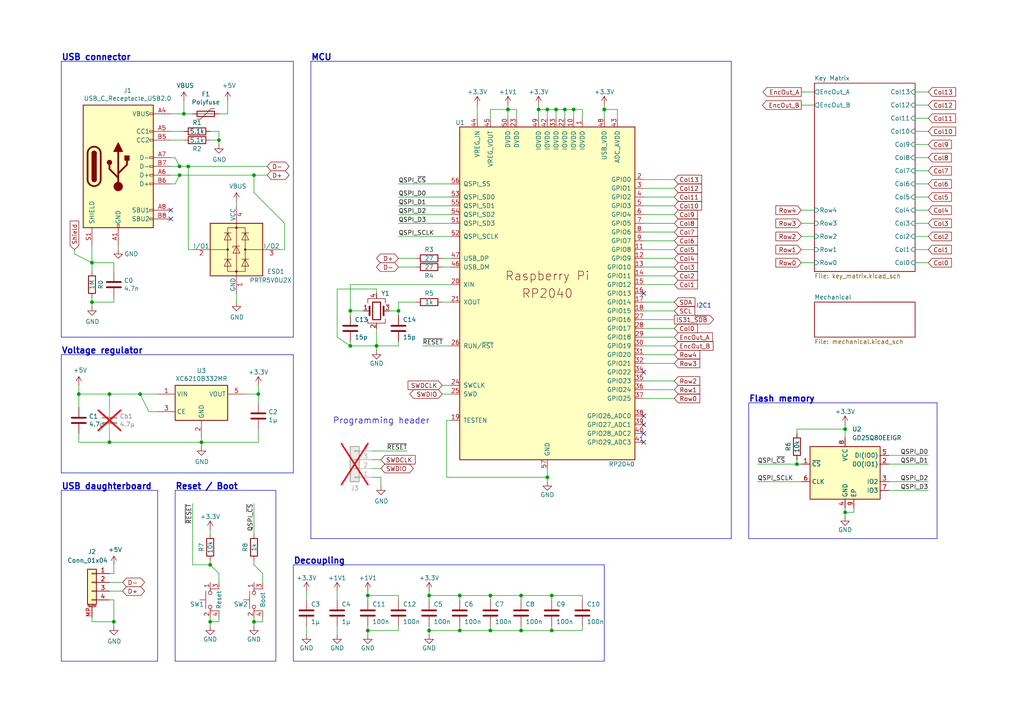
<source format=kicad_sch>
(kicad_sch (version 20231120) (generator "eeschema") (generator_version "8.0")
  (paper "A4")
  (title_block (title "0x42") (date "2024-03-05") (rev "2.1") (company "plut0nium") (comment 2 "- USB-C, per-key LED backlight, encoder") (comment 3 "- For MX-style switches") (comment 4 "60% Ortholinear Mechanical Keyboard"))
  (junction (at 106.68 182.88))
  (junction (at 245.11 148.59))
  (junction (at 245.11 124.46))
  (junction (at 231.14 134.62))
  (junction (at 31.75 128.27))
  (junction (at 74.93 114.3))
  (junction (at 60.96 163.83))
  (junction (at 109.22 100.33))
  (junction (at 106.68 172.72))
  (junction (at 160.02 172.72))
  (junction (at 124.46 182.88))
  (junction (at 101.6 90.17))
  (junction (at 22.86 114.3))
  (junction (at 142.24 172.72))
  (junction (at 40.64 114.3))
  (junction (at 133.35 182.88))
  (junction (at 60.96 180.34))
  (junction (at 142.24 182.88))
  (junction (at 158.75 31.75))
  (junction (at 73.66 50.8))
  (junction (at 26.67 87.63))
  (junction (at 63.5 40.64))
  (junction (at 58.42 128.27))
  (junction (at 54.61 48.26))
  (junction (at 166.37 31.75))
  (junction (at 163.83 31.75))
  (junction (at 133.35 172.72))
  (junction (at 151.13 172.72))
  (junction (at 26.67 76.2))
  (junction (at 161.29 31.75))
  (junction (at 151.13 182.88))
  (junction (at 115.57 90.17))
  (junction (at 73.66 180.34))
  (junction (at 52.07 50.8))
  (junction (at 53.34 33.02))
  (junction (at 175.26 31.75))
  (junction (at 101.6 100.33))
  (junction (at 124.46 172.72))
  (junction (at 31.75 114.3))
  (junction (at 160.02 182.88))
  (junction (at 52.07 48.26))
  (junction (at 147.32 31.75))
  (junction (at 158.75 138.43))
  (junction (at 33.02 180.34))
  (junction (at 156.21 31.75))
  (no_connect (at 186.69 85.09))
  (no_connect (at 49.53 60.96))
  (no_connect (at 186.69 125.73))
  (no_connect (at 186.69 123.19))
  (no_connect (at 186.69 128.27))
  (no_connect (at 186.69 107.95))
  (no_connect (at 49.53 63.5))
  (no_connect (at 186.69 120.65))
  (wire (pts (xy 175.26 31.75) (xy 179.07 31.75)))
  (wire (pts (xy 31.75 166.37) (xy 33.02 166.37)))
  (wire (pts (xy 186.69 90.17) (xy 195.58 90.17)))
  (wire (pts (xy 124.46 172.72) (xy 124.46 173.99)))
  (wire (pts (xy 265.43 38.1) (xy 269.24 38.1)))
  (wire (pts (xy 186.69 69.85) (xy 195.58 69.85)))
  (wire (pts (xy 186.69 67.31) (xy 195.58 67.31)))
  (wire (pts (xy 186.69 113.03) (xy 195.58 113.03)))
  (polyline (pts (xy 175.26 191.77) (xy 175.26 163.83)))
  (wire (pts (xy 26.67 180.34) (xy 33.02 180.34)))
  (polyline (pts (xy 85.09 97.79) (xy 17.78 97.79)))
  (wire (pts (xy 68.58 58.42) (xy 68.58 59.69)))
  (wire (pts (xy 73.66 163.83) (xy 76.2 166.37)))
  (wire (pts (xy 124.46 182.88) (xy 133.35 182.88)))
  (wire (pts (xy 49.53 33.02) (xy 53.34 33.02)))
  (wire (pts (xy 168.91 173.99) (xy 168.91 172.72)))
  (wire (pts (xy 186.69 115.57) (xy 195.58 115.57)))
  (wire (pts (xy 124.46 181.61) (xy 124.46 182.88)))
  (wire (pts (xy 115.57 173.99) (xy 115.57 172.72)))
  (wire (pts (xy 115.57 64.77) (xy 130.81 64.77)))
  (wire (pts (xy 149.86 34.29) (xy 149.86 31.75)))
  (wire (pts (xy 110.49 138.43) (xy 110.49 140.97)))
  (wire (pts (xy 158.75 31.75) (xy 158.75 34.29)))
  (wire (pts (xy 74.93 114.3) (xy 74.93 111.76)))
  (wire (pts (xy 160.02 182.88) (xy 168.91 182.88)))
  (wire (pts (xy 101.6 90.17) (xy 101.6 82.55)))
  (wire (pts (xy 133.35 182.88) (xy 142.24 182.88)))
  (wire (pts (xy 186.69 102.87) (xy 195.58 102.87)))
  (polyline (pts (xy 212.09 156.21) (xy 212.09 17.78)))
  (wire (pts (xy 129.54 121.92) (xy 129.54 138.43)))
  (wire (pts (xy 186.69 100.33) (xy 195.58 100.33)))
  (wire (pts (xy 63.5 40.64) (xy 63.5 41.91)))
  (polyline (pts (xy 80.01 191.77) (xy 80.01 142.24)))
  (wire (pts (xy 49.53 48.26) (xy 52.07 48.26)))
  (wire (pts (xy 115.57 87.63) (xy 115.57 90.17)))
  (wire (pts (xy 40.64 114.3) (xy 45.72 114.3)))
  (wire (pts (xy 156.21 31.75) (xy 156.21 34.29)))
  (wire (pts (xy 236.22 76.2) (xy 232.41 76.2)))
  (wire (pts (xy 186.69 52.07) (xy 195.58 52.07)))
  (wire (pts (xy 128.27 77.47) (xy 130.81 77.47)))
  (wire (pts (xy 129.54 121.92) (xy 130.81 121.92)))
  (wire (pts (xy 31.75 118.11) (xy 31.75 114.3)))
  (wire (pts (xy 26.67 179.07) (xy 26.67 180.34)))
  (polyline (pts (xy 90.17 17.78) (xy 90.17 156.21)))
  (wire (pts (xy 156.21 31.75) (xy 158.75 31.75)))
  (wire (pts (xy 33.02 166.37) (xy 33.02 163.83)))
  (wire (pts (xy 101.6 100.33) (xy 109.22 100.33)))
  (wire (pts (xy 142.24 31.75) (xy 147.32 31.75)))
  (wire (pts (xy 31.75 125.73) (xy 31.75 128.27)))
  (wire (pts (xy 53.34 33.02) (xy 55.88 33.02)))
  (wire (pts (xy 107.95 133.35) (xy 110.49 133.35)))
  (wire (pts (xy 45.72 119.38) (xy 43.18 119.38)))
  (wire (pts (xy 124.46 171.45) (xy 124.46 172.72)))
  (wire (pts (xy 109.22 100.33) (xy 115.57 100.33)))
  (wire (pts (xy 106.68 172.72) (xy 106.68 173.99)))
  (wire (pts (xy 231.14 125.73) (xy 231.14 124.46)))
  (wire (pts (xy 133.35 181.61) (xy 133.35 182.88)))
  (wire (pts (xy 107.95 135.89) (xy 110.49 135.89)))
  (wire (pts (xy 55.88 163.83) (xy 60.96 163.83)))
  (wire (pts (xy 269.24 26.67) (xy 265.43 26.67)))
  (wire (pts (xy 73.66 180.34) (xy 73.66 181.61)))
  (wire (pts (xy 163.83 31.75) (xy 166.37 31.75)))
  (polyline (pts (xy 17.78 191.77) (xy 17.78 142.24)))
  (wire (pts (xy 82.55 64.77) (xy 82.55 72.39)))
  (wire (pts (xy 109.22 83.82) (xy 97.79 83.82)))
  (wire (pts (xy 142.24 182.88) (xy 151.13 182.88)))
  (wire (pts (xy 50.8 45.72) (xy 52.07 48.26)))
  (polyline (pts (xy 17.78 137.16) (xy 85.09 137.16)))
  (wire (pts (xy 186.69 92.71) (xy 195.58 92.71)))
  (wire (pts (xy 88.9 181.61) (xy 88.9 184.15)))
  (wire (pts (xy 22.86 125.73) (xy 22.86 128.27)))
  (wire (pts (xy 128.27 87.63) (xy 130.81 87.63)))
  (wire (pts (xy 269.24 142.24) (xy 257.81 142.24)))
  (wire (pts (xy 26.67 71.12) (xy 26.67 76.2)))
  (polyline (pts (xy 85.09 102.87) (xy 17.78 102.87)))
  (wire (pts (xy 50.8 53.34) (xy 52.07 50.8)))
  (wire (pts (xy 73.66 162.56) (xy 73.66 163.83)))
  (polyline (pts (xy 212.09 17.78) (xy 90.17 17.78)))
  (wire (pts (xy 74.93 114.3) (xy 74.93 116.84)))
  (wire (pts (xy 122.555 100.33) (xy 130.81 100.33)))
  (wire (pts (xy 73.66 180.34) (xy 76.2 180.34)))
  (wire (pts (xy 22.86 114.3) (xy 22.86 111.76)))
  (wire (pts (xy 236.22 64.77) (xy 232.41 64.77)))
  (wire (pts (xy 142.24 172.72) (xy 142.24 173.99)))
  (wire (pts (xy 115.57 100.33) (xy 115.57 99.06)))
  (polyline (pts (xy 17.78 142.24) (xy 45.72 142.24)))
  (wire (pts (xy 124.46 172.72) (xy 133.35 172.72)))
  (wire (pts (xy 101.6 82.55) (xy 130.81 82.55)))
  (wire (pts (xy 265.43 30.48) (xy 269.24 30.48)))
  (wire (pts (xy 231.14 124.46) (xy 245.11 124.46)))
  (wire (pts (xy 236.22 26.67) (xy 232.41 26.67)))
  (wire (pts (xy 236.22 30.48) (xy 232.41 30.48)))
  (polyline (pts (xy 90.17 156.21) (xy 212.09 156.21)))
  (polyline (pts (xy 217.17 156.21) (xy 271.78 156.21)))
  (wire (pts (xy 186.69 87.63) (xy 195.58 87.63)))
  (wire (pts (xy 109.22 95.25) (xy 109.22 100.33)))
  (wire (pts (xy 71.12 114.3) (xy 74.93 114.3)))
  (wire (pts (xy 115.57 68.58) (xy 130.81 68.58)))
  (wire (pts (xy 97.79 97.79) (xy 101.6 100.33)))
  (wire (pts (xy 60.96 162.56) (xy 60.96 163.83)))
  (wire (pts (xy 63.5 180.34) (xy 60.96 180.34)))
  (wire (pts (xy 31.75 114.3) (xy 22.86 114.3)))
  (wire (pts (xy 106.68 172.72) (xy 115.57 172.72)))
  (wire (pts (xy 161.29 31.75) (xy 161.29 34.29)))
  (wire (pts (xy 107.95 138.43) (xy 110.49 138.43)))
  (wire (pts (xy 73.66 50.8) (xy 73.66 55.88)))
  (wire (pts (xy 130.81 114.3) (xy 128.27 114.3)))
  (wire (pts (xy 63.5 33.02) (xy 66.04 33.02)))
  (polyline (pts (xy 85.09 191.77) (xy 175.26 191.77)))
  (wire (pts (xy 269.24 139.7) (xy 257.81 139.7)))
  (wire (pts (xy 88.9 171.45) (xy 88.9 173.99)))
  (wire (pts (xy 115.57 62.23) (xy 130.81 62.23)))
  (wire (pts (xy 31.75 173.99) (xy 33.02 173.99)))
  (wire (pts (xy 265.43 60.96) (xy 269.24 60.96)))
  (wire (pts (xy 142.24 172.72) (xy 151.13 172.72)))
  (polyline (pts (xy 45.72 142.24) (xy 45.72 191.77)))
  (wire (pts (xy 265.43 57.15) (xy 269.24 57.15)))
  (wire (pts (xy 168.91 34.29) (xy 168.91 31.75)))
  (wire (pts (xy 151.13 181.61) (xy 151.13 182.88)))
  (wire (pts (xy 97.79 83.82) (xy 97.79 97.79)))
  (wire (pts (xy 133.35 172.72) (xy 133.35 173.99)))
  (wire (pts (xy 186.69 97.79) (xy 195.58 97.79)))
  (wire (pts (xy 219.71 134.62) (xy 231.14 134.62)))
  (wire (pts (xy 54.61 72.39) (xy 55.88 72.39)))
  (wire (pts (xy 106.68 171.45) (xy 106.68 172.72)))
  (wire (pts (xy 175.26 31.75) (xy 175.26 34.29)))
  (wire (pts (xy 63.5 179.07) (xy 63.5 180.34)))
  (wire (pts (xy 245.11 123.19) (xy 245.11 124.46)))
  (wire (pts (xy 52.07 50.8) (xy 49.53 50.8)))
  (wire (pts (xy 73.66 146.05) (xy 73.66 154.94)))
  (wire (pts (xy 33.02 76.2) (xy 33.02 78.74)))
  (polyline (pts (xy 17.78 102.87) (xy 17.78 137.16)))
  (wire (pts (xy 26.67 86.36) (xy 26.67 87.63)))
  (wire (pts (xy 68.58 87.63) (xy 68.58 85.09)))
  (polyline (pts (xy 271.78 156.21) (xy 271.78 116.84)))
  (wire (pts (xy 101.6 90.17) (xy 105.41 90.17)))
  (wire (pts (xy 22.86 114.3) (xy 22.86 118.11)))
  (wire (pts (xy 158.75 31.75) (xy 161.29 31.75)))
  (polyline (pts (xy 17.78 17.78) (xy 85.09 17.78)))
  (wire (pts (xy 115.57 77.47) (xy 120.65 77.47)))
  (wire (pts (xy 55.88 146.05) (xy 55.88 163.83)))
  (wire (pts (xy 163.83 31.75) (xy 163.83 34.29)))
  (wire (pts (xy 265.43 41.91) (xy 269.24 41.91)))
  (wire (pts (xy 101.6 91.44) (xy 101.6 90.17)))
  (wire (pts (xy 186.69 105.41) (xy 195.58 105.41)))
  (wire (pts (xy 133.35 172.72) (xy 142.24 172.72)))
  (wire (pts (xy 31.75 128.27) (xy 58.42 128.27)))
  (wire (pts (xy 265.43 45.72) (xy 269.24 45.72)))
  (wire (pts (xy 60.96 163.83) (xy 63.5 166.37)))
  (wire (pts (xy 130.81 111.76) (xy 128.27 111.76)))
  (wire (pts (xy 76.2 179.07) (xy 76.2 180.34)))
  (wire (pts (xy 129.54 138.43) (xy 158.75 138.43)))
  (wire (pts (xy 269.24 132.08) (xy 257.81 132.08)))
  (wire (pts (xy 54.61 72.39) (xy 54.61 48.26)))
  (wire (pts (xy 247.65 147.32) (xy 247.65 148.59)))
  (wire (pts (xy 115.57 59.69) (xy 130.81 59.69)))
  (wire (pts (xy 60.96 179.07) (xy 60.96 180.34)))
  (wire (pts (xy 97.79 181.61) (xy 97.79 184.15)))
  (wire (pts (xy 33.02 173.99) (xy 33.02 180.34)))
  (wire (pts (xy 66.04 33.02) (xy 66.04 29.21)))
  (wire (pts (xy 186.69 54.61) (xy 195.58 54.61)))
  (wire (pts (xy 186.69 110.49) (xy 195.58 110.49)))
  (wire (pts (xy 186.69 95.25) (xy 195.58 95.25)))
  (wire (pts (xy 31.75 168.91) (xy 35.56 168.91)))
  (wire (pts (xy 101.6 99.06) (xy 101.6 100.33)))
  (wire (pts (xy 31.75 171.45) (xy 35.56 171.45)))
  (wire (pts (xy 40.64 114.3) (xy 43.18 119.38)))
  (wire (pts (xy 52.07 48.26) (xy 54.61 48.26)))
  (wire (pts (xy 231.14 133.35) (xy 231.14 134.62)))
  (wire (pts (xy 73.66 179.07) (xy 73.66 180.34)))
  (wire (pts (xy 236.22 60.96) (xy 232.41 60.96)))
  (wire (pts (xy 26.67 87.63) (xy 33.02 87.63)))
  (wire (pts (xy 236.22 68.58) (xy 232.41 68.58)))
  (wire (pts (xy 186.69 64.77) (xy 195.58 64.77)))
  (wire (pts (xy 97.79 171.45) (xy 97.79 173.99)))
  (wire (pts (xy 186.69 72.39) (xy 195.58 72.39)))
  (wire (pts (xy 142.24 34.29) (xy 142.24 31.75)))
  (wire (pts (xy 179.07 34.29) (xy 179.07 31.75)))
  (wire (pts (xy 151.13 182.88) (xy 160.02 182.88)))
  (polyline (pts (xy 85.09 17.78) (xy 85.09 97.79)))
  (wire (pts (xy 160.02 172.72) (xy 168.91 172.72)))
  (wire (pts (xy 138.43 30.48) (xy 138.43 34.29)))
  (wire (pts (xy 63.5 40.64) (xy 63.5 38.1)))
  (wire (pts (xy 265.43 72.39) (xy 269.24 72.39)))
  (wire (pts (xy 49.53 45.72) (xy 50.8 45.72)))
  (wire (pts (xy 186.69 62.23) (xy 195.58 62.23)))
  (wire (pts (xy 22.86 128.27) (xy 31.75 128.27)))
  (wire (pts (xy 236.22 72.39) (xy 232.41 72.39)))
  (wire (pts (xy 265.43 68.58) (xy 269.24 68.58)))
  (wire (pts (xy 265.43 53.34) (xy 269.24 53.34)))
  (wire (pts (xy 33.02 180.34) (xy 33.02 181.61)))
  (wire (pts (xy 49.53 38.1) (xy 53.34 38.1)))
  (wire (pts (xy 160.02 181.61) (xy 160.02 182.88)))
  (polyline (pts (xy 50.8 142.24) (xy 80.01 142.24)))
  (wire (pts (xy 76.2 166.37) (xy 76.2 168.91)))
  (wire (pts (xy 186.69 59.69) (xy 195.58 59.69)))
  (wire (pts (xy 128.27 74.93) (xy 130.81 74.93)))
  (wire (pts (xy 109.22 100.33) (xy 109.22 101.6)))
  (wire (pts (xy 166.37 31.75) (xy 168.91 31.75)))
  (wire (pts (xy 106.68 182.88) (xy 115.57 182.88)))
  (wire (pts (xy 73.66 55.88) (xy 82.55 64.77)))
  (polyline (pts (xy 50.8 191.77) (xy 80.01 191.77)))
  (wire (pts (xy 269.24 134.62) (xy 257.81 134.62)))
  (wire (pts (xy 160.02 172.72) (xy 160.02 173.99)))
  (wire (pts (xy 147.32 30.48) (xy 147.32 31.75)))
  (wire (pts (xy 151.13 172.72) (xy 151.13 173.99)))
  (wire (pts (xy 158.75 135.89) (xy 158.75 138.43)))
  (wire (pts (xy 63.5 168.91) (xy 63.5 166.37)))
  (wire (pts (xy 115.57 181.61) (xy 115.57 182.88)))
  (polyline (pts (xy 45.72 191.77) (xy 17.78 191.77)))
  (wire (pts (xy 265.43 76.2) (xy 269.24 76.2)))
  (wire (pts (xy 82.55 72.39) (xy 81.28 72.39)))
  (wire (pts (xy 147.32 31.75) (xy 147.32 34.29)))
  (wire (pts (xy 124.46 182.88) (xy 124.46 184.15)))
  (wire (pts (xy 168.91 181.61) (xy 168.91 182.88)))
  (wire (pts (xy 186.69 82.55) (xy 195.58 82.55)))
  (wire (pts (xy 186.69 57.15) (xy 195.58 57.15)))
  (wire (pts (xy 245.11 148.59) (xy 245.11 149.86)))
  (polyline (pts (xy 85.09 163.83) (xy 175.26 163.83)))
  (wire (pts (xy 186.69 77.47) (xy 195.58 77.47)))
  (wire (pts (xy 60.96 38.1) (xy 63.5 38.1)))
  (polyline (pts (xy 85.09 137.16) (xy 85.09 102.87)))
  (wire (pts (xy 21.59 73.66) (xy 26.67 76.2)))
  (wire (pts (xy 156.21 30.48) (xy 156.21 31.75)))
  (wire (pts (xy 245.11 148.59) (xy 247.65 148.59)))
  (wire (pts (xy 53.34 33.02) (xy 53.34 29.21)))
  (wire (pts (xy 53.34 40.64) (xy 49.53 40.64)))
  (wire (pts (xy 186.69 80.01) (xy 195.58 80.01)))
  (wire (pts (xy 186.69 74.93) (xy 195.58 74.93)))
  (wire (pts (xy 113.03 90.17) (xy 115.57 90.17)))
  (wire (pts (xy 161.29 31.75) (xy 163.83 31.75)))
  (wire (pts (xy 142.24 181.61) (xy 142.24 182.88)))
  (wire (pts (xy 115.57 90.17) (xy 115.57 91.44)))
  (wire (pts (xy 115.57 74.93) (xy 120.65 74.93)))
  (wire (pts (xy 106.68 182.88) (xy 106.68 184.15)))
  (wire (pts (xy 120.65 87.63) (xy 115.57 87.63)))
  (wire (pts (xy 245.11 147.32) (xy 245.11 148.59)))
  (wire (pts (xy 26.67 76.2) (xy 26.67 78.74)))
  (wire (pts (xy 265.43 34.29) (xy 269.24 34.29)))
  (polyline (pts (xy 17.78 97.79) (xy 17.78 17.78)))
  (wire (pts (xy 73.66 50.8) (xy 77.47 50.8)))
  (wire (pts (xy 26.67 87.63) (xy 26.67 88.9)))
  (wire (pts (xy 58.42 128.27) (xy 58.42 129.54)))
  (wire (pts (xy 166.37 31.75) (xy 166.37 34.29)))
  (wire (pts (xy 52.07 50.8) (xy 73.66 50.8)))
  (wire (pts (xy 158.75 138.43) (xy 158.75 139.7)))
  (polyline (pts (xy 50.8 142.24) (xy 50.8 191.77)))
  (wire (pts (xy 245.11 124.46) (xy 245.11 127)))
  (wire (pts (xy 231.14 134.62) (xy 232.41 134.62)))
  (polyline (pts (xy 85.09 163.83) (xy 85.09 191.77)))
  (wire (pts (xy 26.67 76.2) (xy 33.02 76.2)))
  (wire (pts (xy 109.22 85.09) (xy 109.22 83.82)))
  (wire (pts (xy 31.75 114.3) (xy 40.64 114.3)))
  (wire (pts (xy 49.53 53.34) (xy 50.8 53.34)))
  (wire (pts (xy 147.32 31.75) (xy 149.86 31.75)))
  (wire (pts (xy 115.57 53.34) (xy 130.81 53.34)))
  (wire (pts (xy 265.43 49.53) (xy 269.24 49.53)))
  (wire (pts (xy 151.13 172.72) (xy 160.02 172.72)))
  (wire (pts (xy 60.96 180.34) (xy 60.96 181.61)))
  (wire (pts (xy 219.71 139.7) (xy 232.41 139.7)))
  (wire (pts (xy 74.93 124.46) (xy 74.93 128.27)))
  (wire (pts (xy 115.57 57.15) (xy 130.81 57.15)))
  (wire (pts (xy 106.68 181.61) (xy 106.68 182.88)))
  (wire (pts (xy 60.96 153.67) (xy 60.96 154.94)))
  (wire (pts (xy 54.61 48.26) (xy 77.47 48.26)))
  (wire (pts (xy 60.96 40.64) (xy 63.5 40.64)))
  (wire (pts (xy 34.29 71.12) (xy 34.29 72.39)))
  (wire (pts (xy 175.26 30.48) (xy 175.26 31.75)))
  (wire (pts (xy 58.42 128.27) (xy 74.93 128.27)))
  (wire (pts (xy 107.95 130.81) (xy 118.11 130.81)))
  (wire (pts (xy 265.43 64.77) (xy 269.24 64.77)))
  (polyline (pts (xy 217.17 116.84) (xy 217.17 156.21)))
  (wire (pts (xy 33.02 87.63) (xy 33.02 86.36)))
  (polyline (pts (xy 271.78 116.84) (xy 217.17 116.84)))
  (wire (pts (xy 58.42 127) (xy 58.42 128.27)))
  (wire (pts (xy 21.59 72.39) (xy 21.59 73.66)))
  (text "Programming header" (at 96.52 123.19 0) (effects (font (size 1.778 1.778)) (justify left bottom)))
  (text "USB daughterboard" (at 17.78 142.24 0) (effects (font (size 1.778 1.778) (thickness 0.3556) (bold yes)) (justify left bottom)))
  (text "Flash memory" (at 217.17 116.84 0) (effects (font (size 1.778 1.778) (thickness 0.3556) (bold yes)) (justify left bottom)))
  (text "MCU" (at 90.17 17.78 0) (effects (font (size 1.778 1.778) (thickness 0.3556) (bold yes)) (justify left bottom)))
  (text "Reset / Boot" (at 50.8 142.24 0) (effects (font (size 1.778 1.778) (thickness 0.3556) (bold yes)) (justify left bottom)))
  (text "Voltage regulator" (at 17.78 102.87 0) (effects (font (size 1.778 1.778) (thickness 0.3556) (bold yes)) (justify left bottom)))
  (text "USB connector" (at 17.78 17.78 0) (effects (font (size 1.778 1.778) (thickness 0.3556) (bold yes)) (justify left bottom)))
  (text "Decoupling" (at 85.09 163.83 0) (effects (font (size 1.778 1.778) (thickness 0.3556) (bold yes)) (justify left bottom)))
  (text "I2C1" (at 201.93 89.535 0) (effects (font (size 1.27 1.27)) (justify left bottom)))
  (label "QSPI_D2" (at 115.57 62.23 0))
  (label "~{RESET}" (at 118.11 130.81 180))
  (label "~{RESET}" (at 122.555 100.33 0))
  (label "QSPI_SCLK" (at 115.57 68.58 0))
  (label "QSPI_SCLK" (at 219.71 139.7 0))
  (label "QSPI_~{CS}" (at 115.57 53.34 0))
  (label "QSPI_~{CS}" (at 73.66 146.05 270))
  (label "QSPI_D0" (at 269.24 132.08 180))
  (label "QSPI_D1" (at 115.57 59.69 0))
  (label "~{RESET}" (at 55.88 146.05 270))
  (label "QSPI_D0" (at 115.57 57.15 0))
  (label "QSPI_D1" (at 269.24 134.62 180))
  (label "QSPI_D3" (at 269.24 142.24 180))
  (label "QSPI_~{CS}" (at 219.71 134.62 0))
  (label "QSPI_D2" (at 269.24 139.7 180))
  (label "QSPI_D3" (at 115.57 64.77 0))
  (global_label "Col8" (shape input) (at 195.58 64.77 0) (property "Intersheetrefs" "${INTERSHEET_REFS}" (effects (hide yes))))
  (global_label "Row1" (shape input) (at 232.41 72.39 180) (property "Intersheetrefs" "${INTERSHEET_REFS}" (effects (hide yes))))
  (global_label "SWDIO" (shape bidirectional) (at 110.49 135.89 0) (property "Intersheetrefs" "${INTERSHEET_REFS}" (effects (hide yes))))
  (global_label "SWDCLK" (shape input) (at 110.49 133.35 0) (property "Intersheetrefs" "${INTERSHEET_REFS}" (effects (hide yes))))
  (global_label "Col6" (shape input) (at 269.24 53.34 0) (property "Intersheetrefs" "${INTERSHEET_REFS}" (effects (hide yes))))
  (global_label "Col8" (shape input) (at 269.24 45.72 0) (property "Intersheetrefs" "${INTERSHEET_REFS}" (effects (hide yes))))
  (global_label "Col6" (shape input) (at 195.58 69.85 0) (property "Intersheetrefs" "${INTERSHEET_REFS}" (effects (hide yes))))
  (global_label "Col1" (shape input) (at 195.58 82.55 0) (property "Intersheetrefs" "${INTERSHEET_REFS}" (effects (hide yes))))
  (global_label "Col2" (shape input) (at 195.58 80.01 0) (property "Intersheetrefs" "${INTERSHEET_REFS}" (effects (hide yes))))
  (global_label "Col5" (shape input) (at 195.58 72.39 0) (property "Intersheetrefs" "${INTERSHEET_REFS}" (effects (hide yes))))
  (global_label "D+" (shape bidirectional) (at 77.47 50.8 0) (property "Intersheetrefs" "${INTERSHEET_REFS}" (effects (hide yes))))
  (global_label "Col10" (shape input) (at 269.24 38.1 0) (property "Intersheetrefs" "${INTERSHEET_REFS}" (effects (hide yes))))
  (global_label "Col2" (shape input) (at 269.24 68.58 0) (property "Intersheetrefs" "${INTERSHEET_REFS}" (effects (hide yes))))
  (global_label "SWDCLK" (shape input) (at 128.27 111.76 180) (property "Intersheetrefs" "${INTERSHEET_REFS}" (effects (hide yes))))
  (global_label "D+" (shape bidirectional) (at 115.57 74.93 180) (property "Intersheetrefs" "${INTERSHEET_REFS}" (effects (hide yes))))
  (global_label "SCL" (shape input) (at 195.58 90.17 0) (property "Intersheetrefs" "${INTERSHEET_REFS}" (effects (hide yes))))
  (global_label "SWDIO" (shape bidirectional) (at 128.27 114.3 180) (property "Intersheetrefs" "${INTERSHEET_REFS}" (effects (hide yes))))
  (global_label "Row0" (shape input) (at 232.41 76.2 180) (property "Intersheetrefs" "${INTERSHEET_REFS}" (effects (hide yes))))
  (global_label "Col11" (shape input) (at 269.24 34.29 0) (property "Intersheetrefs" "${INTERSHEET_REFS}" (effects (hide yes))))
  (global_label "Col10" (shape input) (at 195.58 59.69 0) (property "Intersheetrefs" "${INTERSHEET_REFS}" (effects (hide yes))))
  (global_label "Col4" (shape input) (at 269.24 60.96 0) (property "Intersheetrefs" "${INTERSHEET_REFS}" (effects (hide yes))))
  (global_label "D-" (shape bidirectional) (at 77.47 48.26 0) (property "Intersheetrefs" "${INTERSHEET_REFS}" (effects (hide yes))))
  (global_label "Row2" (shape input) (at 195.58 110.49 0) (property "Intersheetrefs" "${INTERSHEET_REFS}" (effects (hide yes))))
  (global_label "EncOut_B" (shape input) (at 195.58 100.33 0) (property "Intersheetrefs" "${INTERSHEET_REFS}" (effects (hide yes))))
  (global_label "EncOut_B" (shape output) (at 232.41 30.48 180) (property "Intersheetrefs" "${INTERSHEET_REFS}" (effects (hide yes))))
  (global_label "Col13" (shape input) (at 269.24 26.67 0) (property "Intersheetrefs" "${INTERSHEET_REFS}" (effects (hide yes))))
  (global_label "Col0" (shape input) (at 269.24 76.2 0) (property "Intersheetrefs" "${INTERSHEET_REFS}" (effects (hide yes))))
  (global_label "SDA" (shape input) (at 195.58 87.63 0) (property "Intersheetrefs" "${INTERSHEET_REFS}" (effects (hide yes))))
  (global_label "Col12" (shape input) (at 269.24 30.48 0) (property "Intersheetrefs" "${INTERSHEET_REFS}" (effects (hide yes))))
  (global_label "Row0" (shape input) (at 195.58 115.57 0) (property "Intersheetrefs" "${INTERSHEET_REFS}" (effects (hide yes))))
  (global_label "D-" (shape bidirectional) (at 35.56 168.91 0) (property "Intersheetrefs" "${INTERSHEET_REFS}" (effects (hide yes))))
  (global_label "EncOut_A" (shape output) (at 232.41 26.67 180) (property "Intersheetrefs" "${INTERSHEET_REFS}" (effects (hide yes))))
  (global_label "Row3" (shape input) (at 232.41 64.77 180) (property "Intersheetrefs" "${INTERSHEET_REFS}" (effects (hide yes))))
  (global_label "Col9" (shape input) (at 269.24 41.91 0) (property "Intersheetrefs" "${INTERSHEET_REFS}" (effects (hide yes))))
  (global_label "Col7" (shape input) (at 195.58 67.31 0) (property "Intersheetrefs" "${INTERSHEET_REFS}" (effects (hide yes))))
  (global_label "EncOut_A" (shape input) (at 195.58 97.79 0) (property "Intersheetrefs" "${INTERSHEET_REFS}" (effects (hide yes))))
  (global_label "D-" (shape bidirectional) (at 115.57 77.47 180) (property "Intersheetrefs" "${INTERSHEET_REFS}" (effects (hide yes))))
  (global_label "Row4" (shape input) (at 195.58 102.87 0) (property "Intersheetrefs" "${INTERSHEET_REFS}" (effects (hide yes))))
  (global_label "Col0" (shape input) (at 195.58 95.25 0) (property "Intersheetrefs" "${INTERSHEET_REFS}" (effects (hide yes))))
  (global_label "Col9" (shape input) (at 195.58 62.23 0) (property "Intersheetrefs" "${INTERSHEET_REFS}" (effects (hide yes))))
  (global_label "Col3" (shape input) (at 269.24 64.77 0) (property "Intersheetrefs" "${INTERSHEET_REFS}" (effects (hide yes))))
  (global_label "Col13" (shape input) (at 195.58 52.07 0) (property "Intersheetrefs" "${INTERSHEET_REFS}" (effects (hide yes))))
  (global_label "Col3" (shape input) (at 195.58 77.47 0) (property "Intersheetrefs" "${INTERSHEET_REFS}" (effects (hide yes))))
  (global_label "Col12" (shape input) (at 195.58 54.61 0) (property "Intersheetrefs" "${INTERSHEET_REFS}" (effects (hide yes))))
  (global_label "Col1" (shape input) (at 269.24 72.39 0) (property "Intersheetrefs" "${INTERSHEET_REFS}" (effects (hide yes))))
  (global_label "Row3" (shape input) (at 195.58 105.41 0) (property "Intersheetrefs" "${INTERSHEET_REFS}" (effects (hide yes))))
  (global_label "Col4" (shape input) (at 195.58 74.93 0) (property "Intersheetrefs" "${INTERSHEET_REFS}" (effects (hide yes))))
  (global_label "Col11" (shape input) (at 195.58 57.15 0) (property "Intersheetrefs" "${INTERSHEET_REFS}" (effects (hide yes))))
  (global_label "Shield" (shape input) (at 21.59 72.39 90) (property "Intersheetrefs" "${INTERSHEET_REFS}" (effects (hide yes))))
  (global_label "Col5" (shape input) (at 269.24 57.15 0) (property "Intersheetrefs" "${INTERSHEET_REFS}" (effects (hide yes))))
  (global_label "Row1" (shape input) (at 195.58 113.03 0) (property "Intersheetrefs" "${INTERSHEET_REFS}" (effects (hide yes))))
  (global_label "IS31_~{SDB}" (shape output) (at 195.58 92.71 0) (property "Intersheetrefs" "${INTERSHEET_REFS}" (effects (hide yes))))
  (global_label "D+" (shape bidirectional) (at 35.56 171.45 0) (property "Intersheetrefs" "${INTERSHEET_REFS}" (effects (hide yes))))
  (global_label "Row4" (shape input) (at 232.41 60.96 180) (property "Intersheetrefs" "${INTERSHEET_REFS}" (effects (hide yes))))
  (global_label "Col7" (shape input) (at 269.24 49.53 0) (property "Intersheetrefs" "${INTERSHEET_REFS}" (effects (hide yes))))
  (global_label "Row2" (shape input) (at 232.41 68.58 180) (property "Intersheetrefs" "${INTERSHEET_REFS}" (effects (hide yes))))
  (symbol (lib_id "Power_Protection:PRTR5V0U2X") (at 68.58 72.39 0) (unit 1)
    (property "Reference" "ESD1" (at 77.47 78.74 0) (effects (justify left)))
    (property "Value" "PRTR5V0U2X" (at 72.39 81.28 0) (effects (justify left)))
    (property "Footprint" "0xLib_Diode_Transistor:SOT-143" (effects (hide yes)))
    (property "LCSC" "C2827688" (effects (hide yes)))
  )
  (symbol (lib_id "Device:Polyfuse") (at 59.69 33.02 270) (unit 1)
    (property "Reference" "F1" (at 59.69 27.305 90))
    (property "Value" "Polyfuse" (at 59.69 29.6164 90))
    (property "Footprint" "Fuse:Fuse_1206_3216Metric" (effects (hide yes)))
    (property "LCSC" "C315893" (effects (hide yes)))
  )
  (symbol (lib_id "power:+5V") (at 66.04 29.21 0) (unit 1)
    (property "Reference" "#PWR0101" (effects (hide yes)))
    (property "Value" "+5V" (at 66.421 24.8158 0))
  )
  (symbol (lib_id "power:VBUS") (at 53.34 29.21 0) (unit 1)
    (property "Reference" "#PWR0102" (effects (hide yes)))
    (property "Value" "VBUS" (at 53.721 24.8158 0))
  )
  (symbol (lib_id "power:VBUS") (at 68.58 58.42 0) (unit 1)
    (property "Reference" "#PWR0103" (effects (hide yes)))
    (property "Value" "VBUS" (at 68.961 54.0258 0))
  )
  (symbol (lib_id "Connector:USB_C_Receptacle_USB2.0") (at 34.29 48.26 0) (unit 1)
    (property "Reference" "J1" (at 37.0078 26.2382 0))
    (property "Value" "USB_C_Receptacle_USB2.0" (at 37.0078 28.5496 0))
    (property "Footprint" "0xLib_USB_Type-C:USB_C_Receptacle_HRO_TYPE-C-31-M-12" (effects (hide yes)))
    (property "LCSC" "C165948" (effects (hide yes)))
  )
  (symbol (lib_id "power:GND") (at 34.29 72.39 0) (unit 1)
    (property "Reference" "#PWR011" (effects (hide yes)))
    (property "Value" "GND" (at 38.1 73.66 0))
  )
  (symbol (lib_id "Device:R") (at 26.67 82.55 180) (unit 1)
    (property "Reference" "R0" (at 29.21 82.55 90))
    (property "Value" "1M" (at 26.67 82.55 90))
    (property "Footprint" "0xLib_Passive_SMD:R_0603_1608Metric" (effects (hide yes)))
    (property "LCSC" "C22935" (effects (hide yes)))
  )
  (symbol (lib_id "power:GND") (at 26.67 88.9 0) (unit 1)
    (property "Reference" "#PWR0106" (effects (hide yes)))
    (property "Value" "GND" (at 26.797 93.2942 0))
  )
  (symbol (lib_id "Device:C") (at 33.02 82.55 0) (unit 1)
    (property "Reference" "C0" (at 35.941 81.3816 0) (effects (justify left)))
    (property "Value" "4.7n" (at 35.941 83.693 0) (effects (justify left)))
    (property "Footprint" "0xLib_Passive_SMD:C_0805_2012Metric" (effects (hide yes)))
    (property "LCSC" "C1744" (effects (hide yes)))
  )
  (symbol (lib_id "Device:R") (at 57.15 38.1 270) (unit 1)
    (property "Reference" "R1" (at 57.15 35.56 90))
    (property "Value" "5.1k" (at 57.15 38.1 90))
    (property "Footprint" "0xLib_Passive_SMD:R_0603_1608Metric" (effects (hide yes)))
    (property "LCSC" "C23186" (effects (hide yes)))
  )
  (symbol (lib_id "Device:R") (at 57.15 40.64 270) (unit 1)
    (property "Reference" "R2" (at 57.15 43.18 90))
    (property "Value" "5.1k" (at 57.15 40.64 90))
    (property "Footprint" "0xLib_Passive_SMD:R_0603_1608Metric" (effects (hide yes)))
    (property "LCSC" "C23186" (effects (hide yes)))
  )
  (symbol (lib_id "power:GND") (at 63.5 41.91 0) (unit 1)
    (property "Reference" "#PWR016" (effects (hide yes)))
    (property "Value" "GND" (at 63.627 46.3042 0))
  )
  (symbol (lib_id "power:GND") (at 68.58 87.63 0) (unit 1)
    (property "Reference" "#PWR015" (effects (hide yes)))
    (property "Value" "GND" (at 68.707 92.0242 0))
  )
  (symbol (lib_id "Device:C") (at 31.75 121.92 0) (unit 1) (in_bom no) (dnp yes)
    (property "Reference" "Cb1" (at 34.671 120.7516 0) (effects (justify left)))
    (property "Value" "4.7µ" (at 34.671 123.063 0) (effects (justify left)))
    (property "Footprint" "0xLib_Passive_SMD:C_0805_2012Metric" (effects (hide yes)))
    (property "LCSC" "C1779" (effects (hide yes)))
  )
  (symbol (lib_id "0xLib_Switch_Button:SW_Push_4pin") (at 73.66 173.99 90) (mirror x) (unit 1)
    (property "Reference" "SW2" (at 69.85 175.26 90))
    (property "Value" "Boot" (at 76.2 173.99 0))
    (property "Footprint" "0xLib_Switch_Button:TACT_SWITCH_5.2x5.2_4Pin" (effects (hide yes)))
    (property "LCSC" "C318884" (effects (hide yes)))
  )
  (symbol (lib_id "0xLib_Switch_Button:SW_Push_4pin") (at 60.96 173.99 90) (mirror x) (unit 1)
    (property "Reference" "SW1" (at 57.15 175.26 90))
    (property "Value" "Reset" (at 63.5 173.99 0))
    (property "Footprint" "0xLib_Switch_Button:TACT_SWITCH_5.2x5.2_4Pin" (effects (hide yes)))
    (property "LCSC" "C318884" (effects (hide yes)))
  )
  (symbol (lib_id "Device:C") (at 22.86 121.92 0) (unit 1)
    (property "Reference" "C1" (at 25.781 120.7516 0) (effects (justify left)))
    (property "Value" "4.7µ" (at 25.781 123.063 0) (effects (justify left)))
    (property "Footprint" "0xLib_Passive_SMD:C_0805_2012Metric" (effects (hide yes)))
    (property "LCSC" "C1779" (effects (hide yes)))
  )
  (symbol (lib_id "Device:C") (at 74.93 120.65 0) (unit 1)
    (property "Reference" "C2" (at 77.851 119.4816 0) (effects (justify left)))
    (property "Value" "1µ" (at 77.851 121.793 0) (effects (justify left)))
    (property "Footprint" "0xLib_Passive_SMD:C_0603_1608Metric" (effects (hide yes)))
    (property "LCSC" "C15849" (effects (hide yes)))
  )
  (symbol (lib_id "power:GND") (at 58.42 129.54 0) (unit 1)
    (property "Reference" "#PWR02" (effects (hide yes)))
    (property "Value" "GND" (at 58.547 133.9342 0))
  )
  (symbol (lib_id "power:+5V") (at 22.86 111.76 0) (unit 1)
    (property "Reference" "#PWR01" (effects (hide yes)))
    (property "Value" "+5V" (at 23.241 107.3658 0))
  )
  (symbol (lib_id "Connector_Generic_MountingPin:Conn_01x04_MountingPin") (at 26.67 168.91 0) (mirror y) (unit 1)
    (property "Reference" "J2" (at 26.67 160.02 0))
    (property "Value" "Conn_01x04" (at 25.4 162.56 0))
    (property "Footprint" "Connector_JST:JST_SH_SM04B-SRSS-TB_1x04-1MP_P1.00mm_Horizontal" (effects (hide yes)))
    (property "LCSC" "C160404" (effects (hide yes)))
  )
  (symbol (lib_id "power:+5V") (at 33.02 163.83 0) (unit 1)
    (property "Reference" "#PWR08" (effects (hide yes)))
    (property "Value" "+5V" (at 33.401 159.4358 0))
  )
  (symbol (lib_id "power:GND") (at 33.02 181.61 0) (unit 1)
    (property "Reference" "#PWR09" (effects (hide yes)))
    (property "Value" "GND" (at 33.147 186.0042 0))
  )
  (symbol (lib_id "Device:C") (at 88.9 177.8 0) (unit 1)
    (property "Reference" "C3" (at 90.17 175.26 0) (effects (justify left)))
    (property "Value" "1µ" (at 90.17 180.34 0) (effects (justify left)))
    (property "Footprint" "0xLib_Passive_SMD:C_0603_1608Metric" (effects (hide yes)))
    (property "LCSC" "C15849" (effects (hide yes)))
  )
  (symbol (lib_id "power:GND") (at 110.49 140.97 0) (unit 1)
    (property "Reference" "#PWR0129" (effects (hide yes)))
    (property "Value" "GND" (at 110.617 145.3642 0))
  )
  (symbol (lib_id "power:GND") (at 109.22 101.6 0) (unit 1)
    (property "Reference" "#PWR0128" (effects (hide yes)))
    (property "Value" "GND" (at 109.22 105.41 0))
  )
  (symbol (lib_id "Device:R") (at 231.14 129.54 180) (unit 1)
    (property "Reference" "R6" (at 228.6 129.54 90))
    (property "Value" "10k" (at 231.14 129.54 90))
    (property "Footprint" "0xLib_Passive_SMD:R_0603_1608Metric" (effects (hide yes)))
    (property "LCSC" "C25804" (effects (hide yes)))
  )
  (symbol (lib_id "Connector_Generic:Conn_01x04") (at 102.87 135.89 180) (unit 1) (in_bom no) (dnp yes)
    (property "Reference" "J3" (at 102.87 141.605 0))
    (property "Value" "Conn_01x03" (effects (hide yes)))
    (property "Footprint" "Connector_PinHeader_2.54mm:PinHeader_1x04_P2.54mm_Vertical" (effects (hide yes)))
  )
  (symbol (lib_id "Device:R") (at 73.66 158.75 180) (unit 1)
    (property "Reference" "R8" (at 71.12 158.75 90))
    (property "Value" "1k" (at 73.66 158.75 90))
    (property "Footprint" "0xLib_Passive_SMD:R_0603_1608Metric" (effects (hide yes)))
    (property "LCSC" "C21190" (effects (hide yes)))
  )
  (symbol (lib_id "power:+3.3V") (at 60.96 153.67 0) (unit 1)
    (property "Reference" "#PWR0125" (effects (hide yes)))
    (property "Value" "+3.3V" (at 60.96 149.86 0))
  )
  (symbol (lib_id "Device:C") (at 133.35 177.8 0) (unit 1)
    (property "Reference" "C6" (at 134.62 175.26 0) (effects (justify left)))
    (property "Value" "100n" (at 134.62 180.34 0) (effects (justify left)))
    (property "Footprint" "0xLib_Passive_SMD:C_0603_1608Metric" (effects (hide yes)))
    (property "LCSC" "C14663" (effects (hide yes)))
  )
  (symbol (lib_id "power:+1V1") (at 147.32 30.48 0) (unit 1)
    (property "Reference" "#PWR0132" (effects (hide yes)))
    (property "Value" "+1V1" (at 147.32 26.67 0))
  )
  (symbol (lib_id "power:+3.3V") (at 245.11 123.19 0) (unit 1)
    (property "Reference" "#PWR0107" (effects (hide yes)))
    (property "Value" "+3.3V" (at 245.11 119.38 0))
  )
  (symbol (lib_id "power:+3.3V") (at 88.9 171.45 0) (unit 1)
    (property "Reference" "#PWR0109" (effects (hide yes)))
    (property "Value" "+3.3V" (at 88.9 167.64 0))
  )
  (symbol (lib_id "Device:C") (at 160.02 177.8 0) (unit 1)
    (property "Reference" "C9" (at 161.29 175.26 0) (effects (justify left)))
    (property "Value" "100n" (at 161.29 180.34 0) (effects (justify left)))
    (property "Footprint" "0xLib_Passive_SMD:C_0603_1608Metric" (effects (hide yes)))
    (property "LCSC" "C14663" (effects (hide yes)))
  )
  (symbol (lib_id "Device:Crystal_GND24") (at 109.22 90.17 0) (mirror x) (unit 1)
    (property "Reference" "Y1" (at 111.76 85.09 0))
    (property "Value" "Crystal_GND24" (effects (hide yes)))
    (property "Footprint" "Crystal:Crystal_SMD_2520-4Pin_2.5x2.0mm" (effects (hide yes)))
    (property "LCSC" "C2149204" (effects (hide yes)))
  )
  (symbol (lib_id "power:+3.3V") (at 138.43 30.48 0) (unit 1)
    (property "Reference" "#PWR0131" (effects (hide yes)))
    (property "Value" "+3.3V" (at 138.43 26.67 0))
  )
  (symbol (lib_id "Device:C") (at 151.13 177.8 0) (unit 1)
    (property "Reference" "C8" (at 152.4 175.26 0) (effects (justify left)))
    (property "Value" "100n" (at 152.4 180.34 0) (effects (justify left)))
    (property "Footprint" "0xLib_Passive_SMD:C_0603_1608Metric" (effects (hide yes)))
    (property "LCSC" "C14663" (effects (hide yes)))
  )
  (symbol (lib_id "0xLib_MCU_RaspberryPi_RP2040:RP2040") (at 158.75 85.09 0) (unit 1)
    (property "Reference" "U1" (at 132.08 35.56 0) (effects (justify left)))
    (property "Value" "RP2040" (at 176.53 134.62 0) (effects (justify left)))
    (property "Footprint" "0xLib_Package_DFN_QFN:QFN-56-1EP_7x7mm_P0.4mm_EP3.2x3.2mm" (effects (hide yes)))
    (property "LCSC" "C2040" (effects (hide yes)))
  )
  (symbol (lib_id "power:GND") (at 106.68 184.15 0) (unit 1)
    (property "Reference" "#PWR0121" (effects (hide yes)))
    (property "Value" "GND" (at 106.68 187.96 0))
  )
  (symbol (lib_id "Device:R") (at 124.46 74.93 90) (unit 1)
    (property "Reference" "R3" (at 124.46 72.39 90))
    (property "Value" "27" (at 124.46 74.93 90))
    (property "Footprint" "0xLib_Passive_SMD:R_0603_1608Metric" (effects (hide yes)))
    (property "LCSC" "C365412" (effects (hide yes)))
  )
  (symbol (lib_id "Device:C") (at 168.91 177.8 0) (unit 1)
    (property "Reference" "C10" (at 170.18 175.26 0) (effects (justify left)))
    (property "Value" "100n" (at 170.18 180.34 0) (effects (justify left)))
    (property "Footprint" "0xLib_Passive_SMD:C_0603_1608Metric" (effects (hide yes)))
    (property "LCSC" "C14663" (effects (hide yes)))
  )
  (symbol (lib_id "power:+3.3V") (at 175.26 30.48 0) (unit 1)
    (property "Reference" "#PWR0133" (effects (hide yes)))
    (property "Value" "+3.3V" (at 175.26 26.67 0))
  )
  (symbol (lib_id "Memory_Flash:W25Q32JVZP") (at 245.11 137.16 0) (unit 1)
    (property "Reference" "U2" (at 247.1293 124.46 0) (effects (justify left)))
    (property "Value" "GD25Q80EEIGR" (at 247.1294 127 0) (effects (justify left)))
    (property "Footprint" "0xLib_Package_DFN_QFN:USON-8-1EP_3x2mm_P0.5mm_EP0.25x1.65mm" (effects (hide yes)))
    (property "LCSC" "C2874937" (effects (hide yes)))
  )
  (symbol (lib_id "Device:R") (at 60.96 158.75 180) (unit 1)
    (property "Reference" "R7" (at 58.42 158.75 90))
    (property "Value" "10k" (at 60.96 158.75 90))
    (property "Footprint" "0xLib_Passive_SMD:R_0603_1608Metric" (effects (hide yes)))
    (property "LCSC" "C25804" (effects (hide yes)))
  )
  (symbol (lib_id "power:GND") (at 60.96 181.61 0) (unit 1)
    (property "Reference" "#PWR0127" (effects (hide yes)))
    (property "Value" "GND" (at 60.96 185.42 0))
  )
  (symbol (lib_id "power:GND") (at 158.75 139.7 0) (unit 1)
    (property "Reference" "#PWR0130" (effects (hide yes)))
    (property "Value" "GND" (at 158.75 143.51 0))
  )
  (symbol (lib_id "power:GND") (at 73.66 181.61 0) (unit 1)
    (property "Reference" "#PWR0126" (effects (hide yes)))
    (property "Value" "GND" (at 73.66 185.42 0))
  )
  (symbol (lib_id "power:GND") (at 245.11 149.86 0) (unit 1)
    (property "Reference" "#PWR0104" (effects (hide yes)))
    (property "Value" "GND" (at 245.11 153.67 0))
  )
  (symbol (lib_id "power:GND") (at 88.9 184.15 0) (unit 1)
    (property "Reference" "#PWR0122" (effects (hide yes)))
    (property "Value" "GND" (at 88.9 187.96 0))
  )
  (symbol (lib_id "power:+3.3V") (at 124.46 171.45 0) (unit 1)
    (property "Reference" "#PWR0116" (effects (hide yes)))
    (property "Value" "+3.3V" (at 124.46 167.64 0))
  )
  (symbol (lib_id "power:+1V1") (at 97.79 171.45 0) (unit 1)
    (property "Reference" "#PWR0108" (effects (hide yes)))
    (property "Value" "+1V1" (at 97.79 167.64 0))
  )
  (symbol (lib_id "Device:C") (at 142.24 177.8 0) (unit 1)
    (property "Reference" "C7" (at 143.51 175.26 0) (effects (justify left)))
    (property "Value" "100n" (at 143.51 180.34 0) (effects (justify left)))
    (property "Footprint" "0xLib_Passive_SMD:C_0603_1608Metric" (effects (hide yes)))
    (property "LCSC" "C14663" (effects (hide yes)))
  )
  (symbol (lib_id "power:+3.3V") (at 74.93 111.76 0) (unit 1)
    (property "Reference" "#PWR0119" (effects (hide yes)))
    (property "Value" "+3.3V" (at 74.93 107.95 0))
  )
  (symbol (lib_id "Device:C") (at 115.57 177.8 0) (unit 1)
    (property "Reference" "C12" (at 116.84 175.26 0) (effects (justify left)))
    (property "Value" "100n" (at 116.84 180.34 0) (effects (justify left)))
    (property "Footprint" "0xLib_Passive_SMD:C_0603_1608Metric" (effects (hide yes)))
    (property "LCSC" "C14663" (effects (hide yes)))
  )
  (symbol (lib_id "Device:C") (at 106.68 177.8 0) (unit 1)
    (property "Reference" "C11" (at 107.95 175.26 0) (effects (justify left)))
    (property "Value" "100n" (at 107.95 180.34 0) (effects (justify left)))
    (property "Footprint" "0xLib_Passive_SMD:C_0603_1608Metric" (effects (hide yes)))
    (property "LCSC" "C14663" (effects (hide yes)))
  )
  (symbol (lib_id "Device:C") (at 97.79 177.8 0) (unit 1)
    (property "Reference" "C4" (at 99.06 175.26 0) (effects (justify left)))
    (property "Value" "1µ" (at 99.06 180.34 0) (effects (justify left)))
    (property "Footprint" "0xLib_Passive_SMD:C_0603_1608Metric" (effects (hide yes)))
    (property "LCSC" "C15849" (effects (hide yes)))
  )
  (symbol (lib_id "Device:R") (at 124.46 77.47 90) (unit 1)
    (property "Reference" "R4" (at 124.46 80.01 90))
    (property "Value" "27" (at 124.46 77.47 90))
    (property "Footprint" "0xLib_Passive_SMD:R_0603_1608Metric" (effects (hide yes)))
    (property "LCSC" "C365412" (effects (hide yes)))
  )
  (symbol (lib_id "power:GND") (at 97.79 184.15 0) (unit 1)
    (property "Reference" "#PWR0117" (effects (hide yes)))
    (property "Value" "GND" (at 97.79 187.96 0))
  )
  (symbol (lib_id "power:GND") (at 124.46 184.15 0) (unit 1)
    (property "Reference" "#PWR0123" (effects (hide yes)))
    (property "Value" "GND" (at 124.46 187.96 0))
  )
  (symbol (lib_id "Device:R") (at 124.46 87.63 90) (unit 1)
    (property "Reference" "R5" (at 124.46 85.09 90))
    (property "Value" "1k" (at 124.46 87.63 90))
    (property "Footprint" "0xLib_Passive_SMD:R_0603_1608Metric" (effects (hide yes)))
    (property "LCSC" "C21190" (effects (hide yes)))
  )
  (symbol (lib_id "Regulator_Linear:XC6210B332MR") (at 58.42 116.84 0) (unit 1)
    (property "Reference" "U3" (at 58.42 107.5182 0))
    (property "Value" "XC6210B332MR" (at 58.42 109.8296 0))
    (property "Footprint" "0xLib_TO_SOT_SMD:SOT-23-5" (effects (hide yes)))
    (property "LCSC" "C47719" (effects (hide yes)))
  )
  (symbol (lib_id "power:+3.3V") (at 156.21 30.48 0) (unit 1)
    (property "Reference" "#PWR0134" (effects (hide yes)))
    (property "Value" "+3.3V" (at 156.21 26.67 0))
  )
  (symbol (lib_id "power:+1V1") (at 106.68 171.45 0) (unit 1)
    (property "Reference" "#PWR0124" (effects (hide yes)))
    (property "Value" "+1V1" (at 106.68 167.64 0))
  )
  (symbol (lib_id "Device:C") (at 124.46 177.8 0) (unit 1)
    (property "Reference" "C5" (at 125.73 175.26 0) (effects (justify left)))
    (property "Value" "100n" (at 125.73 180.34 0) (effects (justify left)))
    (property "Footprint" "0xLib_Passive_SMD:C_0603_1608Metric" (effects (hide yes)))
    (property "LCSC" "C14663" (effects (hide yes)))
  )
  (symbol (lib_id "Device:C") (at 115.57 95.25 0) (unit 1)
    (property "Reference" "C14" (at 116.84 92.71 0) (effects (justify left)))
    (property "Value" "15p" (at 116.84 97.79 0) (effects (justify left)))
    (property "Footprint" "0xLib_Passive_SMD:C_0603_1608Metric" (effects (hide yes)))
    (property "LCSC" "C1644" (effects (hide yes)))
  )
  (symbol (lib_id "Device:C") (at 101.6 95.25 0) (unit 1)
    (property "Reference" "C13" (at 102.87 92.71 0) (effects (justify left)))
    (property "Value" "15p" (at 102.87 97.79 0) (effects (justify left)))
    (property "Footprint" "0xLib_Passive_SMD:C_0603_1608Metric" (effects (hide yes)))
    (property "LCSC" "C1644" (effects (hide yes)))
  )
  (sheet (at 236.22 87.63) (size 29.21 10.16)
    (property "Sheetname" "Mechanical" (at 236.22 86.9184 0) (effects (justify left bottom)))
    (property "Sheetfile" "mechanical.kicad_sch" (at 236.22 98.3746 0) (effects (justify left top)))
  )
  (sheet (at 236.22 24.13) (size 29.21 54.61)
    (property "Sheetname" "Key Matrix" (at 236.22 23.4184 0) (effects (justify left bottom)))
    (property "Sheetfile" "key_matrix.kicad_sch" (at 236.22 79.3246 0) (effects (justify left top)))
    (pin "Row4" input (at 236.22 60.96 180))
    (pin "Row3" input (at 236.22 64.77 180))
    (pin "Row2" input (at 236.22 68.58 180))
    (pin "Row1" input (at 236.22 72.39 180))
    (pin "Row0" input (at 236.22 76.2 180))
    (pin "Col0" input (at 265.43 76.2 0))
    (pin "Col1" input (at 265.43 72.39 0))
    (pin "Col2" input (at 265.43 68.58 0))
    (pin "Col3" input (at 265.43 64.77 0))
    (pin "Col4" input (at 265.43 60.96 0))
    (pin "Col5" input (at 265.43 57.15 0))
    (pin "Col6" input (at 265.43 53.34 0))
    (pin "Col7" input (at 265.43 49.53 0))
    (pin "Col8" input (at 265.43 45.72 0))
    (pin "Col9" input (at 265.43 41.91 0))
    (pin "Col10" input (at 265.43 38.1 0))
    (pin "Col11" input (at 265.43 34.29 0))
    (pin "Col12" input (at 265.43 30.48 0))
    (pin "Col13" input (at 265.43 26.67 0))
    (pin "EncOut_A" output (at 236.22 26.67 180))
    (pin "EncOut_B" output (at 236.22 30.48 180))
  )
)
</source>
